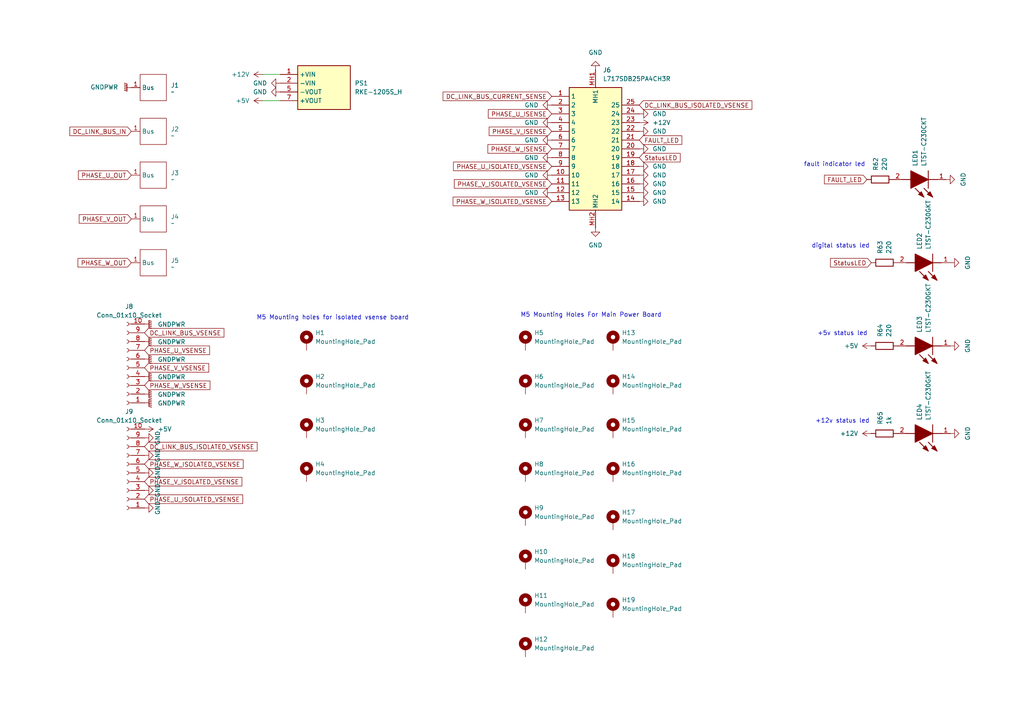
<source format=kicad_sch>
(kicad_sch (version 20250114) (generator "eeschema") (generator_version "9.0")
  (paper "A4")
  (lib_symbols
    (symbol "Connector:Conn_01x10_Socket" (pin_names (offset 1.016) (hide yes))
      (property "Reference" "J" (at 0 12.7 0))
      (property "Value" "Conn_01x10_Socket" (at 0 -15.24 0))
      (symbol "Conn_01x10_Socket_1_1"
        (polyline (pts (xy -1.27 10.16) (xy -0.508 10.16)) (stroke (width 0.1524)))
        (polyline (pts (xy -1.27 7.62) (xy -0.508 7.62)) (stroke (width 0.1524)))
        (polyline (pts (xy -1.27 5.08) (xy -0.508 5.08)) (stroke (width 0.1524)))
        (polyline (pts (xy -1.27 2.54) (xy -0.508 2.54)) (stroke (width 0.1524)))
        (polyline (pts (xy -1.27 0) (xy -0.508 0)) (stroke (width 0.1524)))
        (polyline (pts (xy -1.27 -2.54) (xy -0.508 -2.54)) (stroke (width 0.1524)))
        (polyline (pts (xy -1.27 -5.08) (xy -0.508 -5.08)) (stroke (width 0.1524)))
        (polyline (pts (xy -1.27 -7.62) (xy -0.508 -7.62)) (stroke (width 0.1524)))
        (polyline (pts (xy -1.27 -10.16) (xy -0.508 -10.16)) (stroke (width 0.1524)))
        (polyline (pts (xy -1.27 -12.7) (xy -0.508 -12.7)) (stroke (width 0.1524)))
        (arc (start 0 9.652) (mid -0.5058 10.16) (end 0 10.668) (stroke (width 0.1524)))
        (arc (start 0 7.112) (mid -0.5058 7.62) (end 0 8.128) (stroke (width 0.1524)))
        (arc (start 0 4.572) (mid -0.5058 5.08) (end 0 5.588) (stroke (width 0.1524)))
        (arc (start 0 2.032) (mid -0.5058 2.54) (end 0 3.048) (stroke (width 0.1524)))
        (arc (start 0 -0.508) (mid -0.5058 0) (end 0 0.508) (stroke (width 0.1524)))
        (arc (start 0 -3.048) (mid -0.5058 -2.54) (end 0 -2.032) (stroke (width 0.1524)))
        (arc (start 0 -5.588) (mid -0.5058 -5.08) (end 0 -4.572) (stroke (width 0.1524)))
        (arc (start 0 -8.128) (mid -0.5058 -7.62) (end 0 -7.112) (stroke (width 0.1524)))
        (arc (start 0 -10.668) (mid -0.5058 -10.16) (end 0 -9.652) (stroke (width 0.1524)))
        (arc (start 0 -13.208) (mid -0.5058 -12.7) (end 0 -12.192) (stroke (width 0.1524)))
        (pin passive line (at -5.08 10.16 0) (length 3.81) (name "Pin_1") (number "1"))
        (pin passive line (at -5.08 7.62 0) (length 3.81) (name "Pin_2") (number "2"))
        (pin passive line (at -5.08 5.08 0) (length 3.81) (name "Pin_3") (number "3"))
        (pin passive line (at -5.08 2.54 0) (length 3.81) (name "Pin_4") (number "4"))
        (pin passive line (at -5.08 0 0) (length 3.81) (name "Pin_5") (number "5"))
        (pin passive line (at -5.08 -2.54 0) (length 3.81) (name "Pin_6") (number "6"))
        (pin passive line (at -5.08 -5.08 0) (length 3.81) (name "Pin_7") (number "7"))
        (pin passive line (at -5.08 -7.62 0) (length 3.81) (name "Pin_8") (number "8"))
        (pin passive line (at -5.08 -10.16 0) (length 3.81) (name "Pin_9") (number "9"))
        (pin passive line (at -5.08 -12.7 0) (length 3.81) (name "Pin_10") (number "10"))
      )
    )
    (symbol "Device:R" (pin_numbers (hide yes)) (pin_names (offset 0))
      (property "Reference" "R" (at 2.032 0 90))
      (property "Value" "R" (at 0 0 90))
      (symbol "R_0_1"
        (rectangle (start -1.016 -2.54) (end 1.016 2.54) (stroke (width 0.254)))
      )
      (symbol "R_1_1"
        (pin passive line (at 0 3.81 270) (length 1.27) (name "~") (number "1"))
        (pin passive line (at 0 -3.81 90) (length 1.27) (name "~") (number "2"))
      )
    )
    (symbol "InverterCom:BusBarConnection"
      (property "Reference" "J" (at 0 7.112 0))
      (symbol "BusBarConnection_0_1"
        (rectangle (start -3.81 3.81) (end 3.81 -3.81))
      )
      (symbol "BusBarConnection_1_1"
        (pin passive line (at 6.35 0 180) (length 2.54) (name "Bus") (number "1"))
      )
    )
    (symbol "InverterCom:L717SDB25PA4CH3R"
      (property "Reference" "J" (at 41.91 12.7 0))
      (property "Value" "L717SDB25PA4CH3R" (at 41.91 10.16 0))
      (symbol "L717SDB25PA4CH3R_1_1"
        (rectangle (start 5.08 7.62) (end 40.64 -7.62) (stroke (width 0.254)) (fill (type background)))
        (pin passive line (at 0 0 0) (length 5.08) (name "MH2") (number "MH2"))
        (pin passive line (at 7.62 12.7 270) (length 5.08) (name "13") (number "13"))
        (pin passive line (at 7.62 -12.7 90) (length 5.08) (name "14") (number "14"))
        (pin passive line (at 10.16 12.7 270) (length 5.08) (name "12") (number "12"))
        (pin passive line (at 10.16 -12.7 90) (length 5.08) (name "15") (number "15"))
        (pin passive line (at 12.7 12.7 270) (length 5.08) (name "11") (number "11"))
        (pin passive line (at 12.7 -12.7 90) (length 5.08) (name "16") (number "16"))
        (pin passive line (at 15.24 12.7 270) (length 5.08) (name "10") (number "10"))
        (pin passive line (at 15.24 -12.7 90) (length 5.08) (name "17") (number "17"))
        (pin passive line (at 17.78 12.7 270) (length 5.08) (name "9") (number "9"))
        (pin passive line (at 17.78 -12.7 90) (length 5.08) (name "18") (number "18"))
        (pin passive line (at 20.32 12.7 270) (length 5.08) (name "8") (number "8"))
        (pin passive line (at 20.32 -12.7 90) (length 5.08) (name "19") (number "19"))
        (pin passive line (at 22.86 12.7 270) (length 5.08) (name "7") (number "7"))
        (pin passive line (at 22.86 -12.7 90) (length 5.08) (name "20") (number "20"))
        (pin passive line (at 25.4 12.7 270) (length 5.08) (name "6") (number "6"))
        (pin passive line (at 25.4 -12.7 90) (length 5.08) (name "21") (number "21"))
        (pin passive line (at 27.94 12.7 270) (length 5.08) (name "5") (number "5"))
        (pin passive line (at 27.94 -12.7 90) (length 5.08) (name "22") (number "22"))
        (pin passive line (at 30.48 12.7 270) (length 5.08) (name "4") (number "4"))
        (pin passive line (at 30.48 -12.7 90) (length 5.08) (name "23") (number "23"))
        (pin passive line (at 33.02 12.7 270) (length 5.08) (name "3") (number "3"))
        (pin passive line (at 33.02 -12.7 90) (length 5.08) (name "24") (number "24"))
        (pin passive line (at 35.56 12.7 270) (length 5.08) (name "2") (number "2"))
        (pin passive line (at 35.56 -12.7 90) (length 5.08) (name "25") (number "25"))
        (pin passive line (at 38.1 12.7 270) (length 5.08) (name "1") (number "1"))
        (pin passive line (at 45.72 0 180) (length 5.08) (name "MH1") (number "MH1"))
      )
    )
    (symbol "InverterCom:LTST-C230CKT" (pin_names (hide yes))
      (property "Reference" "LED" (at 12.7 8.89 0))
      (property "Value" "LTST-C230CKT" (at 12.7 6.35 0))
      (symbol "LTST-C230CKT_1_1"
        (polyline (pts (xy 2.54 0) (xy 5.08 0)) (stroke (width 0.254)))
        (polyline (pts (xy 5.08 2.54) (xy 5.08 -2.54)) (stroke (width 0.254)))
        (polyline (pts (xy 5.08 0) (xy 10.16 2.54) (xy 10.16 -2.54) (xy 5.08 0)) (stroke (width 0.254)) (fill (type outline)))
        (polyline (pts (xy 5.334 4.318) (xy 4.572 3.556) (xy 3.81 5.08) (xy 5.334 4.318)) (stroke (width 0.254)) (fill (type outline)))
        (polyline (pts (xy 6.35 2.54) (xy 3.81 5.08)) (stroke (width 0.254)))
        (polyline (pts (xy 7.874 4.318) (xy 7.112 3.556) (xy 6.35 5.08) (xy 7.874 4.318)) (stroke (width 0.254)) (fill (type outline)))
        (polyline (pts (xy 8.89 2.54) (xy 6.35 5.08)) (stroke (width 0.254)))
        (polyline (pts (xy 10.16 0) (xy 12.7 0)) (stroke (width 0.254)))
        (pin passive line (at 0 0 0) (length 2.54) (name "K") (number "1"))
        (pin passive line (at 15.24 0 180) (length 2.54) (name "A") (number "2"))
      )
    )
    (symbol "InverterCom:LTST-C230GKT" (pin_names (hide yes))
      (property "Reference" "LED" (at 12.7 8.89 0))
      (property "Value" "LTST-C230GKT" (at 12.7 6.35 0))
      (symbol "LTST-C230GKT_1_1"
        (polyline (pts (xy 2.54 0) (xy 5.08 0)) (stroke (width 0.254)))
        (polyline (pts (xy 5.08 2.54) (xy 5.08 -2.54)) (stroke (width 0.254)))
        (polyline (pts (xy 5.08 0) (xy 10.16 2.54) (xy 10.16 -2.54) (xy 5.08 0)) (stroke (width 0.254)) (fill (type outline)))
        (polyline (pts (xy 5.334 4.318) (xy 4.572 3.556) (xy 3.81 5.08) (xy 5.334 4.318)) (stroke (width 0.254)) (fill (type outline)))
        (polyline (pts (xy 6.35 2.54) (xy 3.81 5.08)) (stroke (width 0.254)))
        (polyline (pts (xy 7.874 4.318) (xy 7.112 3.556) (xy 6.35 5.08) (xy 7.874 4.318)) (stroke (width 0.254)) (fill (type outline)))
        (polyline (pts (xy 8.89 2.54) (xy 6.35 5.08)) (stroke (width 0.254)))
        (polyline (pts (xy 10.16 0) (xy 12.7 0)) (stroke (width 0.254)))
        (pin passive line (at 0 0 0) (length 2.54) (name "K") (number "1"))
        (pin passive line (at 15.24 0 180) (length 2.54) (name "A") (number "2"))
      )
    )
    (symbol "InverterCom:RKE-1205S_H"
      (property "Reference" "PS" (at 21.59 7.62 0))
      (property "Value" "RKE-1205S_H" (at 21.59 5.08 0))
      (symbol "RKE-1205S_H_1_1"
        (rectangle (start 5.08 2.54) (end 20.32 -10.16) (stroke (width 0.254)) (fill (type background)))
        (pin passive line (at 0 0 0) (length 5.08) (name "+VIN") (number "1"))
        (pin passive line (at 0 -2.54 0) (length 5.08) (name "-VIN") (number "2"))
        (pin passive line (at 0 -5.08 0) (length 5.08) (name "-VOUT") (number "5"))
        (pin passive line (at 0 -7.62 0) (length 5.08) (name "+VOUT") (number "7"))
      )
    )
    (symbol "Mechanical:MountingHole_Pad" (pin_numbers (hide yes)) (pin_names (offset 1.016) (hide yes)) (in_bom no)
      (property "Reference" "H" (at 0 6.35 0))
      (property "Value" "MountingHole_Pad" (at 0 4.445 0))
      (symbol "MountingHole_Pad_0_1"
        (circle (center 0 1.27) (radius 1.27) (stroke (width 1.27)))
      )
      (symbol "MountingHole_Pad_1_1"
        (pin input line (at 0 -2.54 90) (length 2.54) (name "1") (number "1"))
      )
    )
    (symbol "power:+12V" (power) (pin_numbers (hide yes)) (pin_names (offset 0) (hide yes))
      (property "Value" "+12V" (at 0 3.556 0))
      (symbol "+12V_0_1"
        (polyline (pts (xy -0.762 1.27) (xy 0 2.54)))
        (polyline (pts (xy 0 2.54) (xy 0.762 1.27)))
        (polyline (pts (xy 0 0) (xy 0 2.54)))
      )
      (symbol "+12V_1_1"
        (pin power_in line (at 0 0 90) (length 0) (name "~") (number "1"))
      )
    )
    (symbol "power:+5V" (power) (pin_numbers (hide yes)) (pin_names (offset 0) (hide yes))
      (property "Value" "+5V" (at 0 3.556 0))
      (symbol "+5V_0_1"
        (polyline (pts (xy -0.762 1.27) (xy 0 2.54)))
        (polyline (pts (xy 0 2.54) (xy 0.762 1.27)))
        (polyline (pts (xy 0 0) (xy 0 2.54)))
      )
      (symbol "+5V_1_1"
        (pin power_in line (at 0 0 90) (length 0) (name "~") (number "1"))
      )
    )
    (symbol "power:GND" (power) (pin_numbers (hide yes)) (pin_names (offset 0) (hide yes))
      (property "Value" "GND" (at 0 -3.81 0))
      (symbol "GND_0_1"
        (polyline (pts (xy 0 0) (xy 0 -1.27) (xy 1.27 -1.27) (xy 0 -2.54) (xy -1.27 -1.27) (xy 0 -1.27)))
      )
      (symbol "GND_1_1"
        (pin power_in line (at 0 0 270) (length 0) (name "~") (number "1"))
      )
    )
    (symbol "power:GNDPWR" (power) (pin_numbers (hide yes)) (pin_names (offset 0) (hide yes))
      (property "Value" "GNDPWR" (at 0 -3.302 0))
      (symbol "GNDPWR_0_1"
        (polyline (pts (xy -1.016 -1.27) (xy -1.27 -2.032) (xy -1.27 -2.032)) (stroke (width 0.2032)))
        (polyline (pts (xy -0.508 -1.27) (xy -0.762 -2.032) (xy -0.762 -2.032)) (stroke (width 0.2032)))
        (polyline (pts (xy 0 -1.27) (xy 0 0)))
        (polyline (pts (xy 0 -1.27) (xy -0.254 -2.032) (xy -0.254 -2.032)) (stroke (width 0.2032)))
        (polyline (pts (xy 0.508 -1.27) (xy 0.254 -2.032) (xy 0.254 -2.032)) (stroke (width 0.2032)))
        (polyline (pts (xy 1.016 -1.27) (xy -1.016 -1.27) (xy -1.016 -1.27)) (stroke (width 0.2032)))
        (polyline (pts (xy 1.016 -1.27) (xy 0.762 -2.032) (xy 0.762 -2.032) (xy 0.762 -2.032)) (stroke (width 0.2032)))
      )
      (symbol "GNDPWR_1_1"
        (pin power_in line (at 0 0 270) (length 0) (name "~") (number "1"))
      )
    )
  )
  (text "M5 Mounting Holes For Main Power Board" (at 171.45 91.44 0) (effects (font (size 1.27 1.27))))
  (text "+12v status led" (at 244.348 122.174 0) (effects (font (size 1.27 1.27))))
  (text "+5v status led" (at 244.348 96.774 0) (effects (font (size 1.27 1.27))))
  (text "digital status led" (at 243.84 71.374 0) (effects (font (size 1.27 1.27))))
  (text "M5 Mounting holes for isolated vsense board" (at 96.52 92.202 0) (effects (font (size 1.27 1.27))))
  (text "fault indicator led" (at 242.062 47.752 0) (effects (font (size 1.27 1.27))))
  (wire (pts (xy 76.2 29.21) (xy 81.28 29.21)))
  (wire (pts (xy 76.2 21.59) (xy 81.28 21.59)))
  (global_label "PHASE_V_OUT" (shape input) (at 38.1 63.5 180) (property "Intersheetrefs" "${INTERSHEET_REFS}" (effects (hide yes))))
  (global_label "DC_LINK_BUS_IN" (shape input) (at 38.1 38.1 180) (property "Intersheetrefs" "${INTERSHEET_REFS}" (effects (hide yes))))
  (global_label "PHASE_W_ISOLATED_VSENSE" (shape input) (at 41.91 134.62 0) (property "Intersheetrefs" "${INTERSHEET_REFS}" (effects (hide yes))))
  (global_label "DC_LINK_BUS_VSENSE" (shape input) (at 41.91 96.52 0) (property "Intersheetrefs" "${INTERSHEET_REFS}" (effects (hide yes))))
  (global_label "PHASE_U_ISOLATED_VSENSE" (shape input) (at 41.91 144.78 0) (property "Intersheetrefs" "${INTERSHEET_REFS}" (effects (hide yes))))
  (global_label "PHASE_U_ISOLATED_VSENSE" (shape input) (at 160.02 48.26 180) (property "Intersheetrefs" "${INTERSHEET_REFS}" (effects (hide yes))))
  (global_label "PHASE_W_VSENSE" (shape input) (at 41.91 111.76 0) (property "Intersheetrefs" "${INTERSHEET_REFS}" (effects (hide yes))))
  (global_label "PHASE_W_OUT" (shape input) (at 38.1 76.2 180) (property "Intersheetrefs" "${INTERSHEET_REFS}" (effects (hide yes))))
  (global_label "PHASE_V_VSENSE" (shape input) (at 41.91 106.68 0) (property "Intersheetrefs" "${INTERSHEET_REFS}" (effects (hide yes))))
  (global_label "DC_LINK_BUS_ISOLATED_VSENSE" (shape input) (at 185.42 30.48 0) (property "Intersheetrefs" "${INTERSHEET_REFS}" (effects (hide yes))))
  (global_label "DC_LINK_BUS_ISOLATED_VSENSE" (shape input) (at 41.91 129.54 0) (property "Intersheetrefs" "${INTERSHEET_REFS}" (effects (hide yes))))
  (global_label "StatusLED" (shape input) (at 185.42 45.72 0) (property "Intersheetrefs" "${INTERSHEET_REFS}" (effects (hide yes))))
  (global_label "PHASE_V_ISOLATED_VSENSE" (shape input) (at 160.02 53.34 180) (property "Intersheetrefs" "${INTERSHEET_REFS}" (effects (hide yes))))
  (global_label "PHASE_W_ISENSE" (shape input) (at 160.02 43.18 180) (property "Intersheetrefs" "${INTERSHEET_REFS}" (effects (hide yes))))
  (global_label "FAULT_LED" (shape input) (at 251.46 52.07 180) (property "Intersheetrefs" "${INTERSHEET_REFS}" (effects (hide yes))))
  (global_label "StatusLED" (shape input) (at 252.73 76.2 180) (property "Intersheetrefs" "${INTERSHEET_REFS}" (effects (hide yes))))
  (global_label "PHASE_W_ISOLATED_VSENSE" (shape input) (at 160.02 58.42 180) (property "Intersheetrefs" "${INTERSHEET_REFS}" (effects (hide yes))))
  (global_label "DC_LINK_BUS_CURRENT_SENSE" (shape input) (at 160.02 27.94 180) (property "Intersheetrefs" "${INTERSHEET_REFS}" (effects (hide yes))))
  (global_label "PHASE_U_ISENSE" (shape input) (at 160.02 33.02 180) (property "Intersheetrefs" "${INTERSHEET_REFS}" (effects (hide yes))))
  (global_label "PHASE_U_OUT" (shape input) (at 38.1 50.8 180) (property "Intersheetrefs" "${INTERSHEET_REFS}" (effects (hide yes))))
  (global_label "PHASE_V_ISENSE" (shape input) (at 160.02 38.1 180) (property "Intersheetrefs" "${INTERSHEET_REFS}" (effects (hide yes))))
  (global_label "PHASE_U_VSENSE" (shape input) (at 41.91 101.6 0) (property "Intersheetrefs" "${INTERSHEET_REFS}" (effects (hide yes))))
  (global_label "FAULT_LED" (shape input) (at 185.42 40.64 0) (property "Intersheetrefs" "${INTERSHEET_REFS}" (effects (hide yes))))
  (global_label "PHASE_V_ISOLATED_VSENSE" (shape input) (at 41.91 139.7 0) (property "Intersheetrefs" "${INTERSHEET_REFS}" (effects (hide yes))))
  (symbol (lib_id "power:GND") (at 41.91 137.16 90) (unit 1)
    (property "Reference" "#PWR0107" (effects (hide yes)))
    (property "Value" "GND" (at 45.72 137.16 0))
    (property "Description" "Power symbol creates a global label with name \"GND\" , ground" (effects (hide yes)))
  )
  (symbol (lib_id "Mechanical:MountingHole_Pad") (at 152.4 175.26 0) (unit 1) (in_bom no)
    (property "Reference" "H11" (at 154.94 172.7199 0) (effects (justify left)))
    (property "Value" "MountingHole_Pad" (at 154.94 175.2599 0) (effects (justify left)))
    (property "Footprint" "MountingHole:MountingHole_5.3mm_M5_ISO7380_Pad" (effects (hide yes)))
    (property "Description" "Mounting Hole with connection" (effects (hide yes)))
  )
  (symbol (lib_id "InverterCom:LTST-C230GKT") (at 275.59 100.33 180) (unit 1)
    (property "Reference" "LED3" (at 266.6999 96.52 90) (effects (justify right)))
    (property "Value" "LTST-C230GKT" (at 269.2399 96.52 90) (effects (justify right)))
    (property "Footprint" "InverterCom:LEDC3216X120N" (effects (hide yes)))
    (property "Description" "Lite-On LTST-C230GKT Green LED, 569 nm, 3016 (1206), Rectangle Lens SMD Package" (effects (hide yes)))
    (property "Height" "1.2" (effects (hide yes)))
    (property "Mouser Part Number" "859-LTST-C230GKT" (effects (hide yes)))
    (property "Mouser Price/Stock" "https://www.mouser.co.uk/ProductDetail/Lite-On/LTST-C230GKT?qs=7ZnIBiPc9DrbEstVFO1DAg%3D%3D" (effects (hide yes)))
    (property "Manufacturer_Name" "Lite-On" (effects (hide yes)))
    (property "Manufacturer_Part_Number" "LTST-C230GKT" (effects (hide yes)))
  )
  (symbol (lib_id "power:GNDPWR") (at 41.91 114.3 90) (unit 1)
    (property "Reference" "#PWR0103" (effects (hide yes)))
    (property "Value" "GNDPWR" (at 45.72 114.4269 90) (effects (justify right)))
    (property "Description" "Power symbol creates a global label with name \"GNDPWR\" , global ground" (effects (hide yes)))
  )
  (symbol (lib_id "InverterCom:BusBarConnection") (at 44.45 50.8 180) (unit 1)
    (property "Reference" "J3" (at 49.53 50.1649 0) (effects (justify right)))
    (property "Value" "~" (at 49.53 52.07 0) (effects (justify right)))
    (property "Footprint" "InverterCom:BusBarConnection" (effects (hide yes)))
  )
  (symbol (lib_id "power:GND") (at 185.42 38.1 90) (unit 1)
    (property "Reference" "#PWR055" (effects (hide yes)))
    (property "Value" "GND" (at 189.23 38.0999 90) (effects (justify right)))
    (property "Description" "Power symbol creates a global label with name \"GND\" , ground" (effects (hide yes)))
  )
  (symbol (lib_id "power:GNDPWR") (at 38.1 25.4 270) (unit 1)
    (property "Reference" "#PWR021" (effects (hide yes)))
    (property "Value" "GNDPWR" (at 34.29 25.2729 90) (effects (justify right)))
    (property "Description" "Power symbol creates a global label with name \"GNDPWR\" , global ground" (effects (hide yes)))
  )
  (symbol (lib_id "power:GND") (at 41.91 127 90) (unit 1)
    (property "Reference" "#PWR0105" (effects (hide yes)))
    (property "Value" "GND" (at 45.72 127 0))
    (property "Description" "Power symbol creates a global label with name \"GND\" , ground" (effects (hide yes)))
  )
  (symbol (lib_id "power:GND") (at 185.42 55.88 90) (unit 1)
    (property "Reference" "#PWR061" (effects (hide yes)))
    (property "Value" "GND" (at 189.23 55.8799 90) (effects (justify right)))
    (property "Description" "Power symbol creates a global label with name \"GND\" , ground" (effects (hide yes)))
  )
  (symbol (lib_id "power:GND") (at 160.02 40.64 270) (unit 1)
    (property "Reference" "#PWR050" (effects (hide yes)))
    (property "Value" "GND" (at 156.21 40.6399 90) (effects (justify right)))
    (property "Description" "Power symbol creates a global label with name \"GND\" , ground" (effects (hide yes)))
  )
  (symbol (lib_id "Mechanical:MountingHole_Pad") (at 152.4 149.86 0) (unit 1) (in_bom no)
    (property "Reference" "H9" (at 154.94 147.3199 0) (effects (justify left)))
    (property "Value" "MountingHole_Pad" (at 154.94 149.8599 0) (effects (justify left)))
    (property "Footprint" "MountingHole:MountingHole_5.3mm_M5_ISO7380_Pad" (effects (hide yes)))
    (property "Description" "Mounting Hole with connection" (effects (hide yes)))
  )
  (symbol (lib_id "power:GNDPWR") (at 41.91 99.06 90) (unit 1)
    (property "Reference" "#PWR0100" (effects (hide yes)))
    (property "Value" "GNDPWR" (at 45.72 99.1869 90) (effects (justify right)))
    (property "Description" "Power symbol creates a global label with name \"GNDPWR\" , global ground" (effects (hide yes)))
  )
  (symbol (lib_id "Mechanical:MountingHole_Pad") (at 177.8 111.76 0) (unit 1) (in_bom no)
    (property "Reference" "H14" (at 180.34 109.2199 0) (effects (justify left)))
    (property "Value" "MountingHole_Pad" (at 180.34 111.7599 0) (effects (justify left)))
    (property "Footprint" "MountingHole:MountingHole_5.3mm_M5_ISO7380_Pad" (effects (hide yes)))
    (property "Description" "Mounting Hole with connection" (effects (hide yes)))
  )
  (symbol (lib_id "Mechanical:MountingHole_Pad") (at 88.9 111.76 0) (unit 1) (in_bom no)
    (property "Reference" "H2" (at 91.44 109.2199 0) (effects (justify left)))
    (property "Value" "MountingHole_Pad" (at 91.44 111.7599 0) (effects (justify left)))
    (property "Footprint" "MountingHole:MountingHole_5.3mm_M5_ISO7380_Pad" (effects (hide yes)))
    (property "Description" "Mounting Hole with connection" (effects (hide yes)))
  )
  (symbol (lib_id "InverterCom:RKE-1205S_H") (at 81.28 21.59 0) (unit 1)
    (property "Reference" "PS1" (at 102.87 24.1299 0) (effects (justify left)))
    (property "Value" "RKE-1205S_H" (at 102.87 26.6699 0) (effects (justify left)))
    (property "Footprint" "InverterCom:RKE1205SH" (effects (hide yes)))
    (property "Datasheet" "https://www.recom-power.com/pdf/Econoline/RKE.pdf" (effects (hide yes)))
    (property "Description" "Recom Through Hole 1W Isolated DC-DC Converter, Vin Maximum of 12 V dc, I/O isolation 4kV dc, Vout 5V dc" (effects (hide yes)))
    (property "Height" "10.7" (effects (hide yes)))
    (property "Mouser Part Number" "919-RKE-1205S/H" (effects (hide yes)))
    (property "Mouser Price/Stock" "https://www.mouser.co.uk/ProductDetail/RECOM-Power/RKE-1205S-H?qs=IFMNCcK%2FBZwj8OgeraTUUA%3D%3D" (effects (hide yes)))
    (property "Manufacturer_Name" "RECOM Power" (effects (hide yes)))
    (property "Manufacturer_Part_Number" "RKE-1205S/H" (effects (hide yes)))
  )
  (symbol (lib_id "power:GND") (at 41.91 142.24 90) (unit 1)
    (property "Reference" "#PWR0108" (effects (hide yes)))
    (property "Value" "GND" (at 45.72 142.24 0))
    (property "Description" "Power symbol creates a global label with name \"GND\" , ground" (effects (hide yes)))
  )
  (symbol (lib_id "power:+5V") (at 76.2 29.21 90) (unit 1)
    (property "Reference" "#PWR016" (effects (hide yes)))
    (property "Value" "+5V" (at 72.39 29.2099 90) (effects (justify left)))
    (property "Description" "Power symbol creates a global label with name \"+5V\"" (effects (hide yes)))
  )
  (symbol (lib_id "Mechanical:MountingHole_Pad") (at 177.8 176.53 0) (unit 1) (in_bom no)
    (property "Reference" "H19" (at 180.34 173.9899 0) (effects (justify left)))
    (property "Value" "MountingHole_Pad" (at 180.34 176.5299 0) (effects (justify left)))
    (property "Footprint" "MountingHole:MountingHole_5.3mm_M5_ISO7380_Pad" (effects (hide yes)))
    (property "Description" "Mounting Hole with connection" (effects (hide yes)))
  )
  (symbol (lib_id "InverterCom:BusBarConnection") (at 44.45 63.5 180) (unit 1)
    (property "Reference" "J4" (at 49.53 62.8649 0) (effects (justify right)))
    (property "Value" "~" (at 49.53 64.77 0) (effects (justify right)))
    (property "Footprint" "InverterCom:BusBarConnection" (effects (hide yes)))
  )
  (symbol (lib_id "Mechanical:MountingHole_Pad") (at 152.4 111.76 0) (unit 1) (in_bom no)
    (property "Reference" "H6" (at 154.94 109.2199 0) (effects (justify left)))
    (property "Value" "MountingHole_Pad" (at 154.94 111.7599 0) (effects (justify left)))
    (property "Footprint" "MountingHole:MountingHole_5.3mm_M5_ISO7380_Pad" (effects (hide yes)))
    (property "Description" "Mounting Hole with connection" (effects (hide yes)))
  )
  (symbol (lib_id "InverterCom:BusBarConnection") (at 44.45 38.1 180) (unit 1)
    (property "Reference" "J2" (at 49.53 37.4649 0) (effects (justify right)))
    (property "Value" "~" (at 49.53 39.37 0) (effects (justify right)))
    (property "Footprint" "InverterCom:BusBarConnection" (effects (hide yes)))
  )
  (symbol (lib_id "Mechanical:MountingHole_Pad") (at 88.9 99.06 0) (unit 1) (in_bom no)
    (property "Reference" "H1" (at 91.44 96.5199 0) (effects (justify left)))
    (property "Value" "MountingHole_Pad" (at 91.44 99.0599 0) (effects (justify left)))
    (property "Footprint" "MountingHole:MountingHole_5.3mm_M5_ISO7380_Pad" (effects (hide yes)))
    (property "Description" "Mounting Hole with connection" (effects (hide yes)))
  )
  (symbol (lib_id "power:GND") (at 185.42 48.26 90) (unit 1)
    (property "Reference" "#PWR058" (effects (hide yes)))
    (property "Value" "GND" (at 189.23 48.2599 90) (effects (justify right)))
    (property "Description" "Power symbol creates a global label with name \"GND\" , ground" (effects (hide yes)))
  )
  (symbol (lib_id "Device:R") (at 256.54 100.33 90) (unit 1)
    (property "Reference" "R64" (at 255.2699 97.79 0) (effects (justify left)))
    (property "Value" "220" (at 257.8099 97.79 0) (effects (justify left)))
    (property "Footprint" "Resistor_SMD:R_1210_3225Metric_Pad1.30x2.65mm_HandSolder" (effects (hide yes)))
    (property "Description" "Resistor" (effects (hide yes)))
  )
  (symbol (lib_id "Mechanical:MountingHole_Pad") (at 152.4 124.46 0) (unit 1) (in_bom no)
    (property "Reference" "H7" (at 154.94 121.9199 0) (effects (justify left)))
    (property "Value" "MountingHole_Pad" (at 154.94 124.4599 0) (effects (justify left)))
    (property "Footprint" "MountingHole:MountingHole_5.3mm_M5_ISO7380_Pad" (effects (hide yes)))
    (property "Description" "Mounting Hole with connection" (effects (hide yes)))
  )
  (symbol (lib_id "InverterCom:LTST-C230GKT") (at 275.59 125.73 180) (unit 1)
    (property "Reference" "LED4" (at 266.6999 121.92 90) (effects (justify right)))
    (property "Value" "LTST-C230GKT" (at 269.2399 121.92 90) (effects (justify right)))
    (property "Footprint" "InverterCom:LEDC3216X120N" (effects (hide yes)))
    (property "Description" "Lite-On LTST-C230GKT Green LED, 569 nm, 3016 (1206), Rectangle Lens SMD Package" (effects (hide yes)))
    (property "Height" "1.2" (effects (hide yes)))
    (property "Mouser Part Number" "859-LTST-C230GKT" (effects (hide yes)))
    (property "Mouser Price/Stock" "https://www.mouser.co.uk/ProductDetail/Lite-On/LTST-C230GKT?qs=7ZnIBiPc9DrbEstVFO1DAg%3D%3D" (effects (hide yes)))
    (property "Manufacturer_Name" "Lite-On" (effects (hide yes)))
    (property "Manufacturer_Part_Number" "LTST-C230GKT" (effects (hide yes)))
  )
  (symbol (lib_id "power:GNDPWR") (at 41.91 93.98 90) (unit 1)
    (property "Reference" "#PWR097" (effects (hide yes)))
    (property "Value" "GNDPWR" (at 45.72 94.1069 90) (effects (justify right)))
    (property "Description" "Power symbol creates a global label with name \"GNDPWR\" , global ground" (effects (hide yes)))
  )
  (symbol (lib_id "Mechanical:MountingHole_Pad") (at 177.8 99.06 0) (unit 1) (in_bom no)
    (property "Reference" "H13" (at 180.34 96.5199 0) (effects (justify left)))
    (property "Value" "MountingHole_Pad" (at 180.34 99.0599 0) (effects (justify left)))
    (property "Footprint" "MountingHole:MountingHole_5.3mm_M5_ISO7380_Pad" (effects (hide yes)))
    (property "Description" "Mounting Hole with connection" (effects (hide yes)))
  )
  (symbol (lib_id "power:GND") (at 41.91 147.32 90) (unit 1)
    (property "Reference" "#PWR0109" (effects (hide yes)))
    (property "Value" "GND" (at 45.72 147.32 0))
    (property "Description" "Power symbol creates a global label with name \"GND\" , ground" (effects (hide yes)))
  )
  (symbol (lib_id "power:GND") (at 185.42 33.02 90) (unit 1)
    (property "Reference" "#PWR054" (effects (hide yes)))
    (property "Value" "GND" (at 189.23 33.0199 90) (effects (justify right)))
    (property "Description" "Power symbol creates a global label with name \"GND\" , ground" (effects (hide yes)))
  )
  (symbol (lib_id "power:GND") (at 275.59 100.33 90) (unit 1)
    (property "Reference" "#PWR093" (effects (hide yes)))
    (property "Value" "GND" (at 280.67 100.33 0))
    (property "Description" "Power symbol creates a global label with name \"GND\" , ground" (effects (hide yes)))
  )
  (symbol (lib_id "power:GND") (at 275.59 76.2 90) (unit 1)
    (property "Reference" "#PWR092" (effects (hide yes)))
    (property "Value" "GND" (at 280.67 76.2 0))
    (property "Description" "Power symbol creates a global label with name \"GND\" , ground" (effects (hide yes)))
  )
  (symbol (lib_id "InverterCom:LTST-C230CKT") (at 274.32 52.07 180) (unit 1)
    (property "Reference" "LED1" (at 265.4299 48.26 90) (effects (justify right)))
    (property "Value" "LTST-C230CKT" (at 267.9699 48.26 90) (effects (justify right)))
    (property "Footprint" "InverterCom:LEDC3216X120N" (effects (hide yes)))
    (property "Description" "Standard LEDs - SMD Red Clear 638nm" (effects (hide yes)))
    (property "Height" "1.2" (effects (hide yes)))
    (property "Mouser Part Number" "859-LTST-C230CKT" (effects (hide yes)))
    (property "Mouser Price/Stock" "https://www.mouser.co.uk/ProductDetail/Lite-On/LTST-C230CKT?qs=Ajas4iFhtucdJAOTHdHdqw%3D%3D" (effects (hide yes)))
    (property "Manufacturer_Name" "Lite-On" (effects (hide yes)))
    (property "Manufacturer_Part_Number" "LTST-C230CKT" (effects (hide yes)))
  )
  (symbol (lib_id "Device:R") (at 256.54 76.2 90) (unit 1)
    (property "Reference" "R63" (at 255.2699 73.66 0) (effects (justify left)))
    (property "Value" "220" (at 257.8099 73.66 0) (effects (justify left)))
    (property "Footprint" "Resistor_SMD:R_1210_3225Metric_Pad1.30x2.65mm_HandSolder" (effects (hide yes)))
    (property "Description" "Resistor" (effects (hide yes)))
  )
  (symbol (lib_id "InverterCom:BusBarConnection") (at 44.45 76.2 180) (unit 1)
    (property "Reference" "J5" (at 49.53 75.5649 0) (effects (justify right)))
    (property "Value" "~" (at 49.53 77.47 0) (effects (justify right)))
    (property "Footprint" "InverterCom:BusBarConnection" (effects (hide yes)))
  )
  (symbol (lib_id "Device:R") (at 255.27 52.07 90) (unit 1)
    (property "Reference" "R62" (at 253.9999 49.53 0) (effects (justify left)))
    (property "Value" "220" (at 256.5399 49.53 0) (effects (justify left)))
    (property "Footprint" "Resistor_SMD:R_1210_3225Metric_Pad1.30x2.65mm_HandSolder" (effects (hide yes)))
    (property "Description" "Resistor" (effects (hide yes)))
  )
  (symbol (lib_id "Mechanical:MountingHole_Pad") (at 152.4 99.06 0) (unit 1) (in_bom no)
    (property "Reference" "H5" (at 154.94 96.5199 0) (effects (justify left)))
    (property "Value" "MountingHole_Pad" (at 154.94 99.0599 0) (effects (justify left)))
    (property "Footprint" "MountingHole:MountingHole_5.3mm_M5_ISO7380_Pad" (effects (hide yes)))
    (property "Description" "Mounting Hole with connection" (effects (hide yes)))
  )
  (symbol (lib_id "power:GND") (at 172.72 20.32 180) (unit 1)
    (property "Reference" "#PWR046" (effects (hide yes)))
    (property "Value" "GND" (at 172.72 15.24 0))
    (property "Description" "Power symbol creates a global label with name \"GND\" , ground" (effects (hide yes)))
  )
  (symbol (lib_id "power:GNDPWR") (at 41.91 109.22 90) (unit 1)
    (property "Reference" "#PWR0102" (effects (hide yes)))
    (property "Value" "GNDPWR" (at 45.72 109.3469 90) (effects (justify right)))
    (property "Description" "Power symbol creates a global label with name \"GNDPWR\" , global ground" (effects (hide yes)))
  )
  (symbol (lib_id "power:GNDPWR") (at 41.91 104.14 90) (unit 1)
    (property "Reference" "#PWR0101" (effects (hide yes)))
    (property "Value" "GNDPWR" (at 45.72 104.2669 90) (effects (justify right)))
    (property "Description" "Power symbol creates a global label with name \"GNDPWR\" , global ground" (effects (hide yes)))
  )
  (symbol (lib_id "power:+12V") (at 76.2 21.59 90) (unit 1)
    (property "Reference" "#PWR096" (effects (hide yes)))
    (property "Value" "+12V" (at 72.39 21.5899 90) (effects (justify left)))
    (property "Description" "Power symbol creates a global label with name \"+12V\"" (effects (hide yes)))
  )
  (symbol (lib_id "Mechanical:MountingHole_Pad") (at 177.8 163.83 0) (unit 1) (in_bom no)
    (property "Reference" "H18" (at 180.34 161.2899 0) (effects (justify left)))
    (property "Value" "MountingHole_Pad" (at 180.34 163.8299 0) (effects (justify left)))
    (property "Footprint" "MountingHole:MountingHole_5.3mm_M5_ISO7380_Pad" (effects (hide yes)))
    (property "Description" "Mounting Hole with connection" (effects (hide yes)))
  )
  (symbol (lib_id "power:+12V") (at 252.73 125.73 90) (unit 1)
    (property "Reference" "#PWR0110" (effects (hide yes)))
    (property "Value" "+12V" (at 248.92 125.7299 90) (effects (justify left)))
    (property "Description" "Power symbol creates a global label with name \"+12V\"" (effects (hide yes)))
  )
  (symbol (lib_id "InverterCom:LTST-C230GKT") (at 275.59 76.2 180) (unit 1)
    (property "Reference" "LED2" (at 266.6999 72.39 90) (effects (justify right)))
    (property "Value" "LTST-C230GKT" (at 269.2399 72.39 90) (effects (justify right)))
    (property "Footprint" "InverterCom:LEDC3216X120N" (effects (hide yes)))
    (property "Description" "Lite-On LTST-C230GKT Green LED, 569 nm, 3016 (1206), Rectangle Lens SMD Package" (effects (hide yes)))
    (property "Height" "1.2" (effects (hide yes)))
    (property "Mouser Part Number" "859-LTST-C230GKT" (effects (hide yes)))
    (property "Mouser Price/Stock" "https://www.mouser.co.uk/ProductDetail/Lite-On/LTST-C230GKT?qs=7ZnIBiPc9DrbEstVFO1DAg%3D%3D" (effects (hide yes)))
    (property "Manufacturer_Name" "Lite-On" (effects (hide yes)))
    (property "Manufacturer_Part_Number" "LTST-C230GKT" (effects (hide yes)))
  )
  (symbol (lib_id "power:GND") (at 275.59 125.73 90) (unit 1)
    (property "Reference" "#PWR094" (effects (hide yes)))
    (property "Value" "GND" (at 280.67 125.73 0))
    (property "Description" "Power symbol creates a global label with name \"GND\" , ground" (effects (hide yes)))
  )
  (symbol (lib_id "power:GND") (at 41.91 132.08 90) (unit 1)
    (property "Reference" "#PWR0106" (effects (hide yes)))
    (property "Value" "GND" (at 45.72 132.08 0))
    (property "Description" "Power symbol creates a global label with name \"GND\" , ground" (effects (hide yes)))
  )
  (symbol (lib_id "power:GND") (at 160.02 50.8 270) (unit 1)
    (property "Reference" "#PWR052" (effects (hide yes)))
    (property "Value" "GND" (at 156.21 50.7999 90) (effects (justify right)))
    (property "Description" "Power symbol creates a global label with name \"GND\" , ground" (effects (hide yes)))
  )
  (symbol (lib_id "InverterCom:BusBarConnection") (at 44.45 25.4 180) (unit 1)
    (property "Reference" "J1" (at 49.53 24.7649 0) (effects (justify right)))
    (property "Value" "~" (at 49.53 26.67 0) (effects (justify right)))
    (property "Footprint" "InverterCom:BusBarConnection" (effects (hide yes)))
  )
  (symbol (lib_id "Mechanical:MountingHole_Pad") (at 88.9 124.46 0) (unit 1) (in_bom no)
    (property "Reference" "H3" (at 91.44 121.9199 0) (effects (justify left)))
    (property "Value" "MountingHole_Pad" (at 91.44 124.4599 0) (effects (justify left)))
    (property "Footprint" "MountingHole:MountingHole_5.3mm_M5_ISO7380_Pad" (effects (hide yes)))
    (property "Description" "Mounting Hole with connection" (effects (hide yes)))
  )
  (symbol (lib_id "power:GND") (at 185.42 58.42 90) (unit 1)
    (property "Reference" "#PWR062" (effects (hide yes)))
    (property "Value" "GND" (at 189.23 58.4199 90) (effects (justify right)))
    (property "Description" "Power symbol creates a global label with name \"GND\" , ground" (effects (hide yes)))
  )
  (symbol (lib_id "power:GND") (at 160.02 35.56 270) (unit 1)
    (property "Reference" "#PWR049" (effects (hide yes)))
    (property "Value" "GND" (at 156.21 35.5599 90) (effects (justify right)))
    (property "Description" "Power symbol creates a global label with name \"GND\" , ground" (effects (hide yes)))
  )
  (symbol (lib_id "power:GND") (at 172.72 66.04 0) (unit 1)
    (property "Reference" "#PWR047" (effects (hide yes)))
    (property "Value" "GND" (at 172.72 71.12 0))
    (property "Description" "Power symbol creates a global label with name \"GND\" , ground" (effects (hide yes)))
  )
  (symbol (lib_id "Device:R") (at 256.54 125.73 90) (unit 1)
    (property "Reference" "R65" (at 255.2699 123.19 0) (effects (justify left)))
    (property "Value" "1k" (at 257.8099 123.19 0) (effects (justify left)))
    (property "Footprint" "Resistor_SMD:R_1210_3225Metric_Pad1.30x2.65mm_HandSolder" (effects (hide yes)))
    (property "Description" "Resistor" (effects (hide yes)))
  )
  (symbol (lib_id "power:GND") (at 81.28 24.13 270) (unit 1)
    (property "Reference" "#PWR07" (effects (hide yes)))
    (property "Value" "GND" (at 77.47 24.1299 90) (effects (justify right)))
    (property "Description" "Power symbol creates a global label with name \"GND\" , ground" (effects (hide yes)))
  )
  (symbol (lib_id "Mechanical:MountingHole_Pad") (at 88.9 137.16 0) (unit 1) (in_bom no)
    (property "Reference" "H4" (at 91.44 134.6199 0) (effects (justify left)))
    (property "Value" "MountingHole_Pad" (at 91.44 137.1599 0) (effects (justify left)))
    (property "Footprint" "MountingHole:MountingHole_5.3mm_M5_ISO7380_Pad" (effects (hide yes)))
    (property "Description" "Mounting Hole with connection" (effects (hide yes)))
  )
  (symbol (lib_id "power:GND") (at 185.42 50.8 90) (unit 1)
    (property "Reference" "#PWR059" (effects (hide yes)))
    (property "Value" "GND" (at 189.23 50.7999 90) (effects (justify right)))
    (property "Description" "Power symbol creates a global label with name \"GND\" , ground" (effects (hide yes)))
  )
  (symbol (lib_id "power:GND") (at 274.32 52.07 90) (unit 1)
    (property "Reference" "#PWR091" (effects (hide yes)))
    (property "Value" "GND" (at 279.4 52.07 0))
    (property "Description" "Power symbol creates a global label with name \"GND\" , ground" (effects (hide yes)))
  )
  (symbol (lib_id "power:GND") (at 160.02 30.48 270) (unit 1)
    (property "Reference" "#PWR048" (effects (hide yes)))
    (property "Value" "GND" (at 156.21 30.4799 90) (effects (justify right)))
    (property "Description" "Power symbol creates a global label with name \"GND\" , ground" (effects (hide yes)))
  )
  (symbol (lib_id "Connector:Conn_01x10_Socket") (at 36.83 137.16 180) (unit 1)
    (property "Reference" "J9" (at 37.465 119.38 0))
    (property "Value" "Conn_01x10_Socket" (at 37.465 121.92 0))
    (property "Footprint" "Connector_PinSocket_2.54mm:PinSocket_1x10_P2.54mm_Vertical" (effects (hide yes)))
    (property "Description" "Generic connector, single row, 01x10, script generated" (effects (hide yes)))
  )
  (symbol (lib_id "Mechanical:MountingHole_Pad") (at 177.8 124.46 0) (unit 1) (in_bom no)
    (property "Reference" "H15" (at 180.34 121.9199 0) (effects (justify left)))
    (property "Value" "MountingHole_Pad" (at 180.34 124.4599 0) (effects (justify left)))
    (property "Footprint" "MountingHole:MountingHole_5.3mm_M5_ISO7380_Pad" (effects (hide yes)))
    (property "Description" "Mounting Hole with connection" (effects (hide yes)))
  )
  (symbol (lib_id "power:+12V") (at 185.42 35.56 270) (unit 1)
    (property "Reference" "#PWR098" (effects (hide yes)))
    (property "Value" "+12V" (at 189.23 35.5599 90) (effects (justify left)))
    (property "Description" "Power symbol creates a global label with name \"+12V\"" (effects (hide yes)))
  )
  (symbol (lib_id "Mechanical:MountingHole_Pad") (at 177.8 151.13 0) (unit 1) (in_bom no)
    (property "Reference" "H17" (at 180.34 148.5899 0) (effects (justify left)))
    (property "Value" "MountingHole_Pad" (at 180.34 151.1299 0) (effects (justify left)))
    (property "Footprint" "MountingHole:MountingHole_5.3mm_M5_ISO7380_Pad" (effects (hide yes)))
    (property "Description" "Mounting Hole with connection" (effects (hide yes)))
  )
  (symbol (lib_id "Mechanical:MountingHole_Pad") (at 177.8 137.16 0) (unit 1) (in_bom no)
    (property "Reference" "H16" (at 180.34 134.6199 0) (effects (justify left)))
    (property "Value" "MountingHole_Pad" (at 180.34 137.1599 0) (effects (justify left)))
    (property "Footprint" "MountingHole:MountingHole_5.3mm_M5_ISO7380_Pad" (effects (hide yes)))
    (property "Description" "Mounting Hole with connection" (effects (hide yes)))
  )
  (symbol (lib_id "power:+5V") (at 252.73 100.33 90) (unit 1)
    (property "Reference" "#PWR056" (effects (hide yes)))
    (property "Value" "+5V" (at 248.92 100.3299 90) (effects (justify left)))
    (property "Description" "Power symbol creates a global label with name \"+5V\"" (effects (hide yes)))
  )
  (symbol (lib_id "power:GND") (at 81.28 26.67 270) (unit 1)
    (property "Reference" "#PWR08" (effects (hide yes)))
    (property "Value" "GND" (at 77.47 26.6699 90) (effects (justify right)))
    (property "Description" "Power symbol creates a global label with name \"GND\" , ground" (effects (hide yes)))
  )
  (symbol (lib_id "Mechanical:MountingHole_Pad") (at 152.4 137.16 0) (unit 1) (in_bom no)
    (property "Reference" "H8" (at 154.94 134.6199 0) (effects (justify left)))
    (property "Value" "MountingHole_Pad" (at 154.94 137.1599 0) (effects (justify left)))
    (property "Footprint" "MountingHole:MountingHole_5.3mm_M5_ISO7380_Pad" (effects (hide yes)))
    (property "Description" "Mounting Hole with connection" (effects (hide yes)))
  )
  (symbol (lib_id "Connector:Conn_01x10_Socket") (at 36.83 106.68 180) (unit 1)
    (property "Reference" "J8" (at 37.465 88.9 0))
    (property "Value" "Conn_01x10_Socket" (at 37.465 91.44 0))
    (property "Footprint" "Connector_PinSocket_2.54mm:PinSocket_1x10_P2.54mm_Vertical" (effects (hide yes)))
    (property "Description" "Generic connector, single row, 01x10, script generated" (effects (hide yes)))
  )
  (symbol (lib_id "power:GNDPWR") (at 41.91 116.84 90) (unit 1)
    (property "Reference" "#PWR0104" (effects (hide yes)))
    (property "Value" "GNDPWR" (at 45.72 116.9669 90) (effects (justify right)))
    (property "Description" "Power symbol creates a global label with name \"GNDPWR\" , global ground" (effects (hide yes)))
  )
  (symbol (lib_id "power:GND") (at 185.42 53.34 90) (unit 1)
    (property "Reference" "#PWR060" (effects (hide yes)))
    (property "Value" "GND" (at 189.23 53.3399 90) (effects (justify right)))
    (property "Description" "Power symbol creates a global label with name \"GND\" , ground" (effects (hide yes)))
  )
  (symbol (lib_id "power:GND") (at 160.02 45.72 270) (unit 1)
    (property "Reference" "#PWR051" (effects (hide yes)))
    (property "Value" "GND" (at 156.21 45.7199 90) (effects (justify right)))
    (property "Description" "Power symbol creates a global label with name \"GND\" , ground" (effects (hide yes)))
  )
  (symbol (lib_id "Mechanical:MountingHole_Pad") (at 152.4 187.96 0) (unit 1) (in_bom no)
    (property "Reference" "H12" (at 154.94 185.4199 0) (effects (justify left)))
    (property "Value" "MountingHole_Pad" (at 154.94 187.9599 0) (effects (justify left)))
    (property "Footprint" "MountingHole:MountingHole_5.3mm_M5_ISO7380_Pad" (effects (hide yes)))
    (property "Description" "Mounting Hole with connection" (effects (hide yes)))
  )
  (symbol (lib_id "InverterCom:L717SDB25PA4CH3R") (at 172.72 66.04 90) (unit 1)
    (property "Reference" "J6" (at 174.8633 20.32 90) (effects (justify right)))
    (property "Value" "L717SDB25PA4CH3R" (at 174.8633 22.86 90) (effects (justify right)))
    (property "Footprint" "InverterCom:L717SDB25PA4CH3R" (effects (hide yes)))
    (property "Datasheet" "https://cdn.amphenol-cs.com/media/wysiwyg/files/drawing/l717sdxxxpa4ch3r.pdf" (effects (hide yes)))
    (property "Description" "Dsub, Stamped Signal 3A, Right Angle PCB Through Hole, FP=8.08mm (0.318in), Row Pitch 2.84mm, 25 Pin, Flash Gold, Bright Tin Shell+Grounding Dimples, M3 Rear Insert, Ground Tab with Boardlock" (effects (hide yes)))
    (property "Height" "12.55" (effects (hide yes)))
    (property "Mouser Part Number" "523-L717SDB25PA4CH3R" (effects (hide yes)))
    (property "Mouser Price/Stock" "https://www.mouser.co.uk/ProductDetail/Amphenol-Commercial-Products/L717SDB25PA4CH3R?qs=wLKqLMNa9uLx5EBU2ISlaA%3D%3D" (effects (hide yes)))
    (property "Manufacturer_Name" "Amphenol Communications Solutions" (effects (hide yes)))
    (property "Manufacturer_Part_Number" "L717SDB25PA4CH3R" (effects (hide yes)))
  )
  (symbol (lib_id "power:GND") (at 160.02 55.88 270) (unit 1)
    (property "Reference" "#PWR053" (effects (hide yes)))
    (property "Value" "GND" (at 156.21 55.8799 90) (effects (justify right)))
    (property "Description" "Power symbol creates a global label with name \"GND\" , ground" (effects (hide yes)))
  )
  (symbol (lib_id "Mechanical:MountingHole_Pad") (at 152.4 162.56 0) (unit 1) (in_bom no)
    (property "Reference" "H10" (at 154.94 160.0199 0) (effects (justify left)))
    (property "Value" "MountingHole_Pad" (at 154.94 162.5599 0) (effects (justify left)))
    (property "Footprint" "MountingHole:MountingHole_5.3mm_M5_ISO7380_Pad" (effects (hide yes)))
    (property "Description" "Mounting Hole with connection" (effects (hide yes)))
  )
  (symbol (lib_id "power:GND") (at 185.42 43.18 90) (unit 1)
    (property "Reference" "#PWR057" (effects (hide yes)))
    (property "Value" "GND" (at 189.23 43.1799 90) (effects (justify right)))
    (property "Description" "Power symbol creates a global label with name \"GND\" , ground" (effects (hide yes)))
  )
  (symbol (lib_id "power:+5V") (at 41.91 124.46 270) (unit 1)
    (property "Reference" "#PWR099" (effects (hide yes)))
    (property "Value" "+5V" (at 45.72 124.4599 90) (effects (justify left)))
    (property "Description" "Power symbol creates a global label with name \"+5V\"" (effects (hide yes)))
  )
)
</source>
